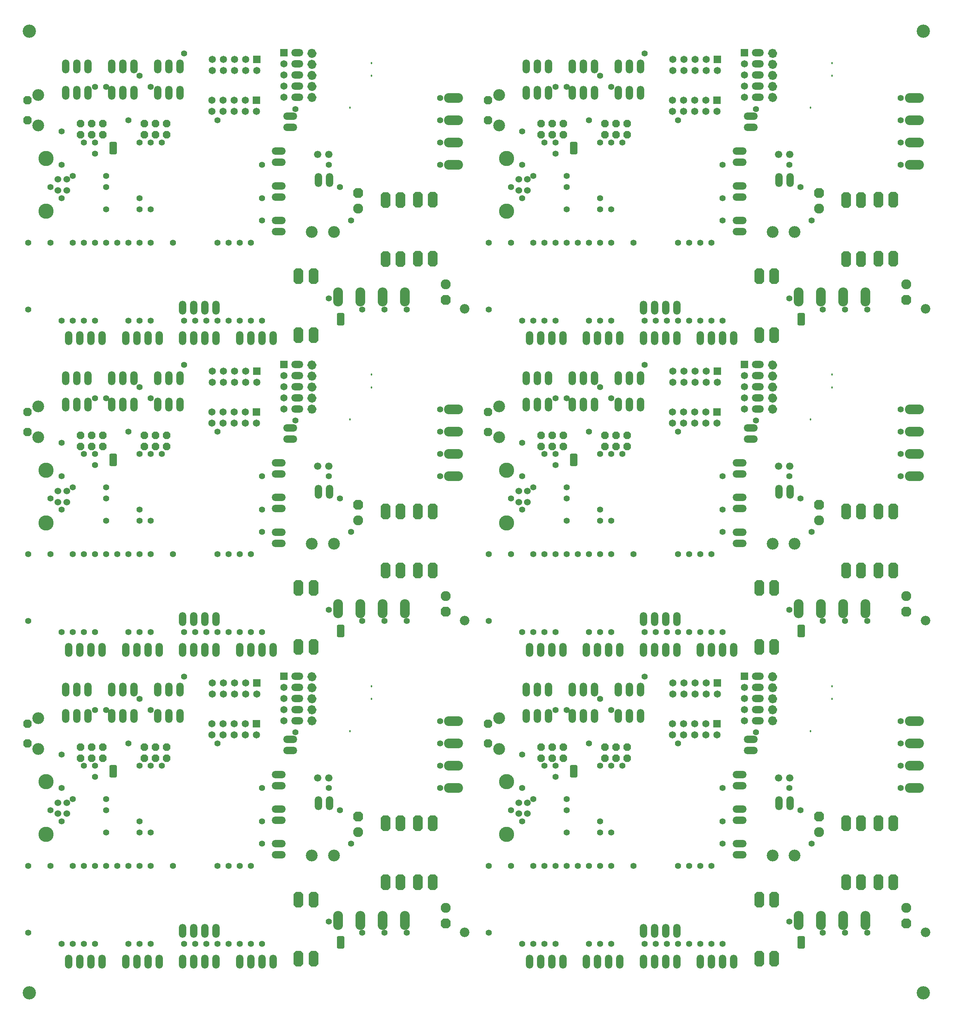
<source format=gbs>
G04 Layer_Color=16711935*
%FSLAX24Y24*%
%MOIN*%
G70*
G01*
G75*
%ADD78C,0.0600*%
G04:AMPARAMS|DCode=167|XSize=118.7mil|YSize=118.7mil|CornerRadius=59.4mil|HoleSize=0mil|Usage=FLASHONLY|Rotation=90.000|XOffset=0mil|YOffset=0mil|HoleType=Round|Shape=RoundedRectangle|*
%AMROUNDEDRECTD167*
21,1,0.1187,0.0000,0,0,90.0*
21,1,0.0000,0.1187,0,0,90.0*
1,1,0.1187,0.0000,0.0000*
1,1,0.1187,0.0000,0.0000*
1,1,0.1187,0.0000,0.0000*
1,1,0.1187,0.0000,0.0000*
%
%ADD167ROUNDEDRECTD167*%
G04:AMPARAMS|DCode=197|XSize=56mil|YSize=56mil|CornerRadius=28mil|HoleSize=0mil|Usage=FLASHONLY|Rotation=90.000|XOffset=0mil|YOffset=0mil|HoleType=Round|Shape=RoundedRectangle|*
%AMROUNDEDRECTD197*
21,1,0.0560,0.0000,0,0,90.0*
21,1,0.0000,0.0560,0,0,90.0*
1,1,0.0560,0.0000,0.0000*
1,1,0.0560,0.0000,0.0000*
1,1,0.0560,0.0000,0.0000*
1,1,0.0560,0.0000,0.0000*
%
%ADD197ROUNDEDRECTD197*%
G04:AMPARAMS|DCode=199|XSize=139mil|YSize=89mil|CornerRadius=0mil|HoleSize=0mil|Usage=FLASHONLY|Rotation=270.000|XOffset=0mil|YOffset=0mil|HoleType=Round|Shape=Octagon|*
%AMOCTAGOND199*
4,1,8,-0.0223,-0.0695,0.0223,-0.0695,0.0445,-0.0473,0.0445,0.0473,0.0223,0.0695,-0.0223,0.0695,-0.0445,0.0473,-0.0445,-0.0473,-0.0223,-0.0695,0.0*
%
%ADD199OCTAGOND199*%

%ADD200C,0.0651*%
%ADD201R,0.0651X0.0651*%
%ADD202O,0.0660X0.1260*%
%ADD203P,0.0823X8X292.5*%
%ADD204C,0.1060*%
%ADD205O,0.1260X0.0660*%
%ADD206O,0.1084X0.0651*%
%ADD207R,0.0651X0.0651*%
%ADD208C,0.1365*%
%ADD209O,0.1710X0.0885*%
%ADD210P,0.0974X8X112.5*%
%ADD211C,0.0900*%
%ADD212P,0.0736X8X22.5*%
%ADD213C,0.0660*%
%ADD214C,0.0860*%
%ADD215O,0.0885X0.1710*%
%ADD216C,0.0180*%
%ADD217C,0.0420*%
%ADD218R,0.0704X0.0354*%
G04:AMPARAMS|DCode=219|XSize=52mil|YSize=69mil|CornerRadius=14.5mil|HoleSize=0mil|Usage=FLASHONLY|Rotation=270.000|XOffset=0mil|YOffset=0mil|HoleType=Round|Shape=RoundedRectangle|*
%AMROUNDEDRECTD219*
21,1,0.0520,0.0400,0,0,270.0*
21,1,0.0230,0.0690,0,0,270.0*
1,1,0.0290,-0.0200,-0.0115*
1,1,0.0290,-0.0200,0.0115*
1,1,0.0290,0.0200,0.0115*
1,1,0.0290,0.0200,-0.0115*
%
%ADD219ROUNDEDRECTD219*%
G04:AMPARAMS|DCode=220|XSize=56mil|YSize=56mil|CornerRadius=28mil|HoleSize=0mil|Usage=FLASHONLY|Rotation=0.000|XOffset=0mil|YOffset=0mil|HoleType=Round|Shape=RoundedRectangle|*
%AMROUNDEDRECTD220*
21,1,0.0560,0.0000,0,0,0.0*
21,1,0.0000,0.0560,0,0,0.0*
1,1,0.0560,0.0000,0.0000*
1,1,0.0560,0.0000,0.0000*
1,1,0.0560,0.0000,0.0000*
1,1,0.0560,0.0000,0.0000*
%
%ADD220ROUNDEDRECTD220*%
D78*
X15637Y26665D02*
D03*
Y27657D02*
D03*
X16427D02*
D03*
Y26665D02*
D03*
X57015D02*
D03*
Y27657D02*
D03*
X57805D02*
D03*
Y26665D02*
D03*
X15637Y54657D02*
D03*
Y55650D02*
D03*
X16427D02*
D03*
Y54657D02*
D03*
X57015D02*
D03*
Y55650D02*
D03*
X57805D02*
D03*
Y54657D02*
D03*
X15637Y82650D02*
D03*
Y83642D02*
D03*
X16427D02*
D03*
Y82650D02*
D03*
X57015D02*
D03*
Y83642D02*
D03*
X57805D02*
D03*
Y82650D02*
D03*
D167*
X13061Y96959D02*
D03*
X93356D02*
D03*
Y10561D02*
D03*
X13061D02*
D03*
D197*
X33969Y23969D02*
D03*
X36969Y33969D02*
D03*
X75346Y23969D02*
D03*
X78346Y33969D02*
D03*
X33969Y51961D02*
D03*
X36969Y61961D02*
D03*
X75346Y51961D02*
D03*
X78346Y61961D02*
D03*
X33969Y79953D02*
D03*
X36969Y89953D02*
D03*
X75346Y79953D02*
D03*
X78346Y89953D02*
D03*
D199*
X38583Y18959D02*
D03*
X37243D02*
D03*
Y13659D02*
D03*
X38583D02*
D03*
X45048Y25809D02*
D03*
X46389D02*
D03*
Y20509D02*
D03*
X45048D02*
D03*
X47952Y20519D02*
D03*
X49292D02*
D03*
Y25819D02*
D03*
X47952D02*
D03*
X79961Y18959D02*
D03*
X78621D02*
D03*
Y13659D02*
D03*
X79961D02*
D03*
X86426Y25809D02*
D03*
X87766D02*
D03*
Y20509D02*
D03*
X86426D02*
D03*
X89330Y20519D02*
D03*
X90670D02*
D03*
Y25819D02*
D03*
X89330D02*
D03*
X38583Y46951D02*
D03*
X37243D02*
D03*
Y41651D02*
D03*
X38583D02*
D03*
X45048Y53802D02*
D03*
X46389D02*
D03*
Y48502D02*
D03*
X45048D02*
D03*
X47952Y48511D02*
D03*
X49292D02*
D03*
Y53811D02*
D03*
X47952D02*
D03*
X79961Y46951D02*
D03*
X78621D02*
D03*
Y41651D02*
D03*
X79961D02*
D03*
X86426Y53802D02*
D03*
X87766D02*
D03*
Y48502D02*
D03*
X86426D02*
D03*
X89330Y48511D02*
D03*
X90670D02*
D03*
Y53811D02*
D03*
X89330D02*
D03*
X38583Y74943D02*
D03*
X37243D02*
D03*
Y69643D02*
D03*
X38583D02*
D03*
X45048Y81794D02*
D03*
X46389D02*
D03*
Y76494D02*
D03*
X45048D02*
D03*
X47952Y76504D02*
D03*
X49292D02*
D03*
Y81804D02*
D03*
X47952D02*
D03*
X79961Y74943D02*
D03*
X78621D02*
D03*
Y69643D02*
D03*
X79961D02*
D03*
X86426Y81794D02*
D03*
X87766D02*
D03*
Y76494D02*
D03*
X86426D02*
D03*
X89330Y76504D02*
D03*
X90670D02*
D03*
Y81804D02*
D03*
X89330D02*
D03*
D200*
X29484Y37425D02*
D03*
Y38425D02*
D03*
X30484Y37425D02*
D03*
Y38425D02*
D03*
X31484Y37425D02*
D03*
Y38425D02*
D03*
X32484Y37425D02*
D03*
Y38425D02*
D03*
X33484Y37425D02*
D03*
X29465Y33754D02*
D03*
Y34754D02*
D03*
X30465Y33754D02*
D03*
Y34754D02*
D03*
X31465Y33754D02*
D03*
Y34754D02*
D03*
X32465Y33754D02*
D03*
Y34754D02*
D03*
X33465Y33754D02*
D03*
X35915Y35026D02*
D03*
Y36026D02*
D03*
Y37026D02*
D03*
Y38026D02*
D03*
X70862Y37425D02*
D03*
Y38425D02*
D03*
X71862Y37425D02*
D03*
Y38425D02*
D03*
X72862Y37425D02*
D03*
Y38425D02*
D03*
X73862Y37425D02*
D03*
Y38425D02*
D03*
X74862Y37425D02*
D03*
X70843Y33754D02*
D03*
Y34754D02*
D03*
X71843Y33754D02*
D03*
Y34754D02*
D03*
X72843Y33754D02*
D03*
Y34754D02*
D03*
X73843Y33754D02*
D03*
Y34754D02*
D03*
X74843Y33754D02*
D03*
X77293Y35026D02*
D03*
Y36026D02*
D03*
Y37026D02*
D03*
Y38026D02*
D03*
X29484Y65417D02*
D03*
Y66417D02*
D03*
X30484Y65417D02*
D03*
Y66417D02*
D03*
X31484Y65417D02*
D03*
Y66417D02*
D03*
X32484Y65417D02*
D03*
Y66417D02*
D03*
X33484Y65417D02*
D03*
X29465Y61746D02*
D03*
Y62746D02*
D03*
X30465Y61746D02*
D03*
Y62746D02*
D03*
X31465Y61746D02*
D03*
Y62746D02*
D03*
X32465Y61746D02*
D03*
Y62746D02*
D03*
X33465Y61746D02*
D03*
X35915Y63018D02*
D03*
Y64018D02*
D03*
Y65018D02*
D03*
Y66018D02*
D03*
X70862Y65417D02*
D03*
Y66417D02*
D03*
X71862Y65417D02*
D03*
Y66417D02*
D03*
X72862Y65417D02*
D03*
Y66417D02*
D03*
X73862Y65417D02*
D03*
Y66417D02*
D03*
X74862Y65417D02*
D03*
X70843Y61746D02*
D03*
Y62746D02*
D03*
X71843Y61746D02*
D03*
Y62746D02*
D03*
X72843Y61746D02*
D03*
Y62746D02*
D03*
X73843Y61746D02*
D03*
Y62746D02*
D03*
X74843Y61746D02*
D03*
X77293Y63018D02*
D03*
Y64018D02*
D03*
Y65018D02*
D03*
Y66018D02*
D03*
X29484Y93409D02*
D03*
Y94409D02*
D03*
X30484Y93409D02*
D03*
Y94409D02*
D03*
X31484Y93409D02*
D03*
Y94409D02*
D03*
X32484Y93409D02*
D03*
Y94409D02*
D03*
X33484Y93409D02*
D03*
X29465Y89738D02*
D03*
Y90738D02*
D03*
X30465Y89738D02*
D03*
Y90738D02*
D03*
X31465Y89738D02*
D03*
Y90738D02*
D03*
X32465Y89738D02*
D03*
Y90738D02*
D03*
X33465Y89738D02*
D03*
X35915Y91010D02*
D03*
Y92010D02*
D03*
Y93010D02*
D03*
Y94010D02*
D03*
X70862Y93409D02*
D03*
Y94409D02*
D03*
X71862Y93409D02*
D03*
Y94409D02*
D03*
X72862Y93409D02*
D03*
Y94409D02*
D03*
X73862Y93409D02*
D03*
Y94409D02*
D03*
X74862Y93409D02*
D03*
X70843Y89738D02*
D03*
Y90738D02*
D03*
X71843Y89738D02*
D03*
Y90738D02*
D03*
X72843Y89738D02*
D03*
Y90738D02*
D03*
X73843Y89738D02*
D03*
Y90738D02*
D03*
X74843Y89738D02*
D03*
X77293Y91010D02*
D03*
Y92010D02*
D03*
Y93010D02*
D03*
Y94010D02*
D03*
D201*
X33484Y38425D02*
D03*
X33465Y34754D02*
D03*
X74862Y38425D02*
D03*
X74843Y34754D02*
D03*
X33484Y66417D02*
D03*
X33465Y62746D02*
D03*
X74862Y66417D02*
D03*
X74843Y62746D02*
D03*
X33484Y94409D02*
D03*
X33465Y90738D02*
D03*
X74862Y94409D02*
D03*
X74843Y90738D02*
D03*
D202*
X26846Y13386D02*
D03*
X27846D02*
D03*
X28846D02*
D03*
X29846D02*
D03*
X26846Y16142D02*
D03*
X27846D02*
D03*
X28846D02*
D03*
X29846D02*
D03*
X24591Y37795D02*
D03*
X25591D02*
D03*
X26591D02*
D03*
X20457D02*
D03*
X21457D02*
D03*
X22457D02*
D03*
X16323D02*
D03*
X17323D02*
D03*
X18323D02*
D03*
X22457Y35433D02*
D03*
X21457D02*
D03*
X20457D02*
D03*
X26591D02*
D03*
X25591D02*
D03*
X24591D02*
D03*
X18323D02*
D03*
X17323D02*
D03*
X16323D02*
D03*
X39028Y27598D02*
D03*
X40028D02*
D03*
X16610Y13386D02*
D03*
X17610D02*
D03*
X18610D02*
D03*
X19610D02*
D03*
X21728D02*
D03*
X22728D02*
D03*
X23728D02*
D03*
X24728D02*
D03*
X31965D02*
D03*
X32965D02*
D03*
X33965D02*
D03*
X34965D02*
D03*
X68224D02*
D03*
X69224D02*
D03*
X70224D02*
D03*
X71224D02*
D03*
X68224Y16142D02*
D03*
X69224D02*
D03*
X70224D02*
D03*
X71224D02*
D03*
X65968Y37795D02*
D03*
X66968D02*
D03*
X67969D02*
D03*
X61835D02*
D03*
X62835D02*
D03*
X63835D02*
D03*
X57701D02*
D03*
X58701D02*
D03*
X59701D02*
D03*
X63835Y35433D02*
D03*
X62835D02*
D03*
X61835D02*
D03*
X67969D02*
D03*
X66968D02*
D03*
X65968D02*
D03*
X59701D02*
D03*
X58701D02*
D03*
X57701D02*
D03*
X80406Y27598D02*
D03*
X81406D02*
D03*
X57988Y13386D02*
D03*
X58988D02*
D03*
X59988D02*
D03*
X60988D02*
D03*
X63106D02*
D03*
X64106D02*
D03*
X65106D02*
D03*
X66106D02*
D03*
X73343D02*
D03*
X74343D02*
D03*
X75343D02*
D03*
X76343D02*
D03*
X26846Y41378D02*
D03*
X27846D02*
D03*
X28846D02*
D03*
X29846D02*
D03*
X26846Y44134D02*
D03*
X27846D02*
D03*
X28846D02*
D03*
X29846D02*
D03*
X24591Y65787D02*
D03*
X25591D02*
D03*
X26591D02*
D03*
X20457D02*
D03*
X21457D02*
D03*
X22457D02*
D03*
X16323D02*
D03*
X17323D02*
D03*
X18323D02*
D03*
X22457Y63425D02*
D03*
X21457D02*
D03*
X20457D02*
D03*
X26591D02*
D03*
X25591D02*
D03*
X24591D02*
D03*
X18323D02*
D03*
X17323D02*
D03*
X16323D02*
D03*
X39028Y55591D02*
D03*
X40028D02*
D03*
X16610Y41378D02*
D03*
X17610D02*
D03*
X18610D02*
D03*
X19610D02*
D03*
X21728D02*
D03*
X22728D02*
D03*
X23728D02*
D03*
X24728D02*
D03*
X31965D02*
D03*
X32965D02*
D03*
X33965D02*
D03*
X34965D02*
D03*
X68224D02*
D03*
X69224D02*
D03*
X70224D02*
D03*
X71224D02*
D03*
X68224Y44134D02*
D03*
X69224D02*
D03*
X70224D02*
D03*
X71224D02*
D03*
X65968Y65787D02*
D03*
X66968D02*
D03*
X67969D02*
D03*
X61835D02*
D03*
X62835D02*
D03*
X63835D02*
D03*
X57701D02*
D03*
X58701D02*
D03*
X59701D02*
D03*
X63835Y63425D02*
D03*
X62835D02*
D03*
X61835D02*
D03*
X67969D02*
D03*
X66968D02*
D03*
X65968D02*
D03*
X59701D02*
D03*
X58701D02*
D03*
X57701D02*
D03*
X80406Y55591D02*
D03*
X81406D02*
D03*
X57988Y41378D02*
D03*
X58988D02*
D03*
X59988D02*
D03*
X60988D02*
D03*
X63106D02*
D03*
X64106D02*
D03*
X65106D02*
D03*
X66106D02*
D03*
X73343D02*
D03*
X74343D02*
D03*
X75343D02*
D03*
X76343D02*
D03*
X26846Y69370D02*
D03*
X27846D02*
D03*
X28846D02*
D03*
X29846D02*
D03*
X26846Y72126D02*
D03*
X27846D02*
D03*
X28846D02*
D03*
X29846D02*
D03*
X24591Y93780D02*
D03*
X25591D02*
D03*
X26591D02*
D03*
X20457D02*
D03*
X21457D02*
D03*
X22457D02*
D03*
X16323D02*
D03*
X17323D02*
D03*
X18323D02*
D03*
X22457Y91417D02*
D03*
X21457D02*
D03*
X20457D02*
D03*
X26591D02*
D03*
X25591D02*
D03*
X24591D02*
D03*
X18323D02*
D03*
X17323D02*
D03*
X16323D02*
D03*
X39028Y83583D02*
D03*
X40028D02*
D03*
X16610Y69370D02*
D03*
X17610D02*
D03*
X18610D02*
D03*
X19610D02*
D03*
X21728D02*
D03*
X22728D02*
D03*
X23728D02*
D03*
X24728D02*
D03*
X31965D02*
D03*
X32965D02*
D03*
X33965D02*
D03*
X34965D02*
D03*
X68224D02*
D03*
X69224D02*
D03*
X70224D02*
D03*
X71224D02*
D03*
X68224Y72126D02*
D03*
X69224D02*
D03*
X70224D02*
D03*
X71224D02*
D03*
X65968Y93780D02*
D03*
X66968D02*
D03*
X67969D02*
D03*
X61835D02*
D03*
X62835D02*
D03*
X63835D02*
D03*
X57701D02*
D03*
X58701D02*
D03*
X59701D02*
D03*
X63835Y91417D02*
D03*
X62835D02*
D03*
X61835D02*
D03*
X67969D02*
D03*
X66968D02*
D03*
X65968D02*
D03*
X59701D02*
D03*
X58701D02*
D03*
X57701D02*
D03*
X80406Y83583D02*
D03*
X81406D02*
D03*
X57988Y69370D02*
D03*
X58988D02*
D03*
X59988D02*
D03*
X60988D02*
D03*
X63106D02*
D03*
X64106D02*
D03*
X65106D02*
D03*
X66106D02*
D03*
X73343D02*
D03*
X74343D02*
D03*
X75343D02*
D03*
X76343D02*
D03*
D203*
X12896Y34748D02*
D03*
Y32968D02*
D03*
X54274Y34748D02*
D03*
Y32968D02*
D03*
X12896Y62740D02*
D03*
Y60960D02*
D03*
X54274Y62740D02*
D03*
Y60960D02*
D03*
X12896Y90733D02*
D03*
Y88953D02*
D03*
X54274Y90733D02*
D03*
Y88953D02*
D03*
D204*
X13876Y35238D02*
D03*
Y32478D02*
D03*
X40413Y22913D02*
D03*
X38445D02*
D03*
X55254Y35238D02*
D03*
Y32478D02*
D03*
X81791Y22913D02*
D03*
X79823D02*
D03*
X13876Y63230D02*
D03*
Y60470D02*
D03*
X40413Y50906D02*
D03*
X38445D02*
D03*
X55254Y63230D02*
D03*
Y60470D02*
D03*
X81791Y50906D02*
D03*
X79823D02*
D03*
X13876Y91223D02*
D03*
Y88463D02*
D03*
X40413Y78898D02*
D03*
X38445D02*
D03*
X55254Y91223D02*
D03*
Y88463D02*
D03*
X81791Y78898D02*
D03*
X79823D02*
D03*
D205*
X35472Y29185D02*
D03*
Y30185D02*
D03*
Y26075D02*
D03*
Y27075D02*
D03*
X36496Y33335D02*
D03*
Y32335D02*
D03*
X35472Y22965D02*
D03*
Y23965D02*
D03*
X76850Y29185D02*
D03*
Y30185D02*
D03*
Y26075D02*
D03*
Y27075D02*
D03*
X77874Y33335D02*
D03*
Y32335D02*
D03*
X76850Y22965D02*
D03*
Y23965D02*
D03*
X35472Y57177D02*
D03*
Y58177D02*
D03*
Y54067D02*
D03*
Y55067D02*
D03*
X36496Y61327D02*
D03*
Y60327D02*
D03*
X35472Y50957D02*
D03*
Y51957D02*
D03*
X76850Y57177D02*
D03*
Y58177D02*
D03*
Y54067D02*
D03*
Y55067D02*
D03*
X77874Y61327D02*
D03*
Y60327D02*
D03*
X76850Y50957D02*
D03*
Y51957D02*
D03*
X35472Y85169D02*
D03*
Y86169D02*
D03*
Y82059D02*
D03*
Y83059D02*
D03*
X36496Y89319D02*
D03*
Y88319D02*
D03*
X35472Y78949D02*
D03*
Y79949D02*
D03*
X76850Y85169D02*
D03*
Y86169D02*
D03*
Y82059D02*
D03*
Y83059D02*
D03*
X77874Y89319D02*
D03*
Y88319D02*
D03*
X76850Y78949D02*
D03*
Y79949D02*
D03*
D206*
X37132Y35026D02*
D03*
Y36026D02*
D03*
Y37026D02*
D03*
Y38026D02*
D03*
Y39026D02*
D03*
X78510Y35026D02*
D03*
Y36026D02*
D03*
Y37026D02*
D03*
Y38026D02*
D03*
Y39026D02*
D03*
X37132Y63018D02*
D03*
Y64018D02*
D03*
Y65018D02*
D03*
Y66018D02*
D03*
Y67018D02*
D03*
X78510Y63018D02*
D03*
Y64018D02*
D03*
Y65018D02*
D03*
Y66018D02*
D03*
Y67018D02*
D03*
X37132Y91010D02*
D03*
Y92010D02*
D03*
Y93010D02*
D03*
Y94010D02*
D03*
Y95010D02*
D03*
X78510Y91010D02*
D03*
Y92010D02*
D03*
Y93010D02*
D03*
Y94010D02*
D03*
Y95010D02*
D03*
D207*
X35915Y39026D02*
D03*
X77293D02*
D03*
X35915Y67018D02*
D03*
X77293D02*
D03*
X35915Y95010D02*
D03*
X77293D02*
D03*
D208*
X14567Y24795D02*
D03*
Y29528D02*
D03*
X55945Y24795D02*
D03*
Y29528D02*
D03*
X14567Y52787D02*
D03*
Y57520D02*
D03*
X55945Y52787D02*
D03*
Y57520D02*
D03*
X14567Y80780D02*
D03*
Y85512D02*
D03*
X55945Y80780D02*
D03*
Y85512D02*
D03*
D209*
X51178Y28969D02*
D03*
Y30968D02*
D03*
Y32968D02*
D03*
Y34969D02*
D03*
X92556Y28969D02*
D03*
Y30968D02*
D03*
Y32968D02*
D03*
Y34969D02*
D03*
X51178Y56961D02*
D03*
Y58961D02*
D03*
Y60961D02*
D03*
Y62961D02*
D03*
X92556Y56961D02*
D03*
Y58961D02*
D03*
Y60961D02*
D03*
Y62961D02*
D03*
X51178Y84953D02*
D03*
Y86953D02*
D03*
Y88953D02*
D03*
Y90953D02*
D03*
X92556Y84953D02*
D03*
Y86953D02*
D03*
Y88953D02*
D03*
Y90953D02*
D03*
D210*
X42608Y26418D02*
D03*
X50453Y16820D02*
D03*
X83986Y26418D02*
D03*
X91831Y16820D02*
D03*
X42608Y54411D02*
D03*
X50453Y44812D02*
D03*
X83986Y54411D02*
D03*
X91831Y44812D02*
D03*
X42608Y82403D02*
D03*
X50453Y72804D02*
D03*
X83986Y82403D02*
D03*
X91831Y72804D02*
D03*
D211*
X42608Y25018D02*
D03*
X50453Y18220D02*
D03*
X83986Y25018D02*
D03*
X91831Y18220D02*
D03*
X42608Y53011D02*
D03*
X50453Y46212D02*
D03*
X83986Y53011D02*
D03*
X91831Y46212D02*
D03*
X42608Y81003D02*
D03*
X50453Y74204D02*
D03*
X83986Y81003D02*
D03*
X91831Y74204D02*
D03*
D212*
X23390Y31644D02*
D03*
Y32644D02*
D03*
X24390Y31644D02*
D03*
Y32644D02*
D03*
X25390Y31644D02*
D03*
Y32644D02*
D03*
X17664Y31644D02*
D03*
Y32644D02*
D03*
X18664Y31644D02*
D03*
Y32644D02*
D03*
X19664Y31644D02*
D03*
Y32644D02*
D03*
X64768Y31644D02*
D03*
Y32644D02*
D03*
X65768Y31644D02*
D03*
Y32644D02*
D03*
X66768Y31644D02*
D03*
Y32644D02*
D03*
X59042Y31644D02*
D03*
Y32644D02*
D03*
X60042Y31644D02*
D03*
Y32644D02*
D03*
X61042Y31644D02*
D03*
Y32644D02*
D03*
X23390Y59636D02*
D03*
Y60636D02*
D03*
X24390Y59636D02*
D03*
Y60636D02*
D03*
X25390Y59636D02*
D03*
Y60636D02*
D03*
X17664Y59636D02*
D03*
Y60636D02*
D03*
X18664Y59636D02*
D03*
Y60636D02*
D03*
X19664Y59636D02*
D03*
Y60636D02*
D03*
X64768Y59636D02*
D03*
Y60636D02*
D03*
X65768Y59636D02*
D03*
Y60636D02*
D03*
X66768Y59636D02*
D03*
Y60636D02*
D03*
X59042Y59636D02*
D03*
Y60636D02*
D03*
X60042Y59636D02*
D03*
Y60636D02*
D03*
X61042Y59636D02*
D03*
Y60636D02*
D03*
X23390Y87628D02*
D03*
Y88628D02*
D03*
X24390Y87628D02*
D03*
Y88628D02*
D03*
X25390Y87628D02*
D03*
Y88628D02*
D03*
X17664Y87628D02*
D03*
Y88628D02*
D03*
X18664Y87628D02*
D03*
Y88628D02*
D03*
X19664Y87628D02*
D03*
Y88628D02*
D03*
X64768Y87628D02*
D03*
Y88628D02*
D03*
X65768Y87628D02*
D03*
Y88628D02*
D03*
X66768Y87628D02*
D03*
Y88628D02*
D03*
X59042Y87628D02*
D03*
Y88628D02*
D03*
X60042Y87628D02*
D03*
Y88628D02*
D03*
X61042Y87628D02*
D03*
Y88628D02*
D03*
D213*
X38976Y29882D02*
D03*
X39976D02*
D03*
X80354D02*
D03*
X81354D02*
D03*
X38976Y57874D02*
D03*
X39976D02*
D03*
X80354D02*
D03*
X81354D02*
D03*
X38976Y85866D02*
D03*
X39976D02*
D03*
X80354D02*
D03*
X81354D02*
D03*
D214*
X52175Y16024D02*
D03*
X93553D02*
D03*
X52175Y44016D02*
D03*
X93553D02*
D03*
X52175Y72008D02*
D03*
X93553D02*
D03*
D215*
X40789Y17077D02*
D03*
X42789D02*
D03*
X44789D02*
D03*
X46789D02*
D03*
X82167D02*
D03*
X84167D02*
D03*
X86167D02*
D03*
X88167D02*
D03*
X40789Y45069D02*
D03*
X42789D02*
D03*
X44789D02*
D03*
X46789D02*
D03*
X82167D02*
D03*
X84167D02*
D03*
X86167D02*
D03*
X88167D02*
D03*
X40789Y73061D02*
D03*
X42789D02*
D03*
X44789D02*
D03*
X46789D02*
D03*
X82167D02*
D03*
X84167D02*
D03*
X86167D02*
D03*
X88167D02*
D03*
D216*
X43798Y38108D02*
D03*
X43795Y36964D02*
D03*
X41859Y34092D02*
D03*
X85176Y38108D02*
D03*
X85173Y36964D02*
D03*
X83237Y34092D02*
D03*
X43798Y66101D02*
D03*
X43795Y64957D02*
D03*
X41859Y62084D02*
D03*
X85176Y66101D02*
D03*
X85173Y64957D02*
D03*
X83237Y62084D02*
D03*
X43798Y94093D02*
D03*
X43795Y92949D02*
D03*
X41859Y90076D02*
D03*
X85176Y94093D02*
D03*
X85173Y92949D02*
D03*
X83237Y90076D02*
D03*
D217*
X38645Y35010D02*
G03*
X38645Y35010I-200J0D01*
G01*
Y35999D02*
G03*
X38645Y35999I-200J0D01*
G01*
Y36988D02*
G03*
X38645Y36988I-200J0D01*
G01*
Y37977D02*
G03*
X38645Y37977I-200J0D01*
G01*
Y38967D02*
G03*
X38645Y38967I-200J0D01*
G01*
X80023Y35010D02*
G03*
X80023Y35010I-200J0D01*
G01*
Y35999D02*
G03*
X80023Y35999I-200J0D01*
G01*
Y36988D02*
G03*
X80023Y36988I-200J0D01*
G01*
Y37977D02*
G03*
X80023Y37977I-200J0D01*
G01*
Y38967D02*
G03*
X80023Y38967I-200J0D01*
G01*
X38645Y63002D02*
G03*
X38645Y63002I-200J0D01*
G01*
Y63991D02*
G03*
X38645Y63991I-200J0D01*
G01*
Y64980D02*
G03*
X38645Y64980I-200J0D01*
G01*
Y65969D02*
G03*
X38645Y65969I-200J0D01*
G01*
Y66959D02*
G03*
X38645Y66959I-200J0D01*
G01*
X80023Y63002D02*
G03*
X80023Y63002I-200J0D01*
G01*
Y63991D02*
G03*
X80023Y63991I-200J0D01*
G01*
Y64980D02*
G03*
X80023Y64980I-200J0D01*
G01*
Y65969D02*
G03*
X80023Y65969I-200J0D01*
G01*
Y66959D02*
G03*
X80023Y66959I-200J0D01*
G01*
X38645Y90994D02*
G03*
X38645Y90994I-200J0D01*
G01*
Y91983D02*
G03*
X38645Y91983I-200J0D01*
G01*
Y92972D02*
G03*
X38645Y92972I-200J0D01*
G01*
Y93962D02*
G03*
X38645Y93962I-200J0D01*
G01*
Y94951D02*
G03*
X38645Y94951I-200J0D01*
G01*
X80023Y90994D02*
G03*
X80023Y90994I-200J0D01*
G01*
Y91983D02*
G03*
X80023Y91983I-200J0D01*
G01*
Y92972D02*
G03*
X80023Y92972I-200J0D01*
G01*
Y93962D02*
G03*
X80023Y93962I-200J0D01*
G01*
Y94951D02*
G03*
X80023Y94951I-200J0D01*
G01*
D218*
X20593Y30472D02*
D03*
X41031Y15089D02*
D03*
X61971Y30472D02*
D03*
X82409Y15089D02*
D03*
X20593Y58465D02*
D03*
X41031Y43081D02*
D03*
X61971Y58465D02*
D03*
X82409Y43081D02*
D03*
X20593Y86457D02*
D03*
X41031Y71073D02*
D03*
X61971Y86457D02*
D03*
X82409Y71073D02*
D03*
D219*
X20600Y30763D02*
D03*
Y30163D02*
D03*
X41024Y14798D02*
D03*
Y15398D02*
D03*
X61978Y30763D02*
D03*
Y30163D02*
D03*
X82402Y14798D02*
D03*
Y15398D02*
D03*
X20600Y58755D02*
D03*
Y58155D02*
D03*
X41024Y42791D02*
D03*
Y43391D02*
D03*
X61978Y58755D02*
D03*
Y58155D02*
D03*
X82402Y42791D02*
D03*
Y43391D02*
D03*
X20600Y86747D02*
D03*
Y86147D02*
D03*
X41024Y70783D02*
D03*
Y71383D02*
D03*
X61978Y86747D02*
D03*
Y86147D02*
D03*
X82402Y70783D02*
D03*
Y71383D02*
D03*
D220*
X39969Y16968D02*
D03*
X46968Y15969D02*
D03*
X44969D02*
D03*
X42969D02*
D03*
X26969Y14969D02*
D03*
X30968D02*
D03*
X27968D02*
D03*
X31969D02*
D03*
X33969D02*
D03*
X29969D02*
D03*
X32968D02*
D03*
X28969D02*
D03*
X18968D02*
D03*
X12968Y15969D02*
D03*
X21969Y14969D02*
D03*
X15969D02*
D03*
X17968D02*
D03*
X23969D02*
D03*
X22968D02*
D03*
X16968D02*
D03*
X21969Y32968D02*
D03*
X26969Y38969D02*
D03*
X14969Y26969D02*
D03*
X15969Y25968D02*
D03*
X18968Y30968D02*
D03*
X15969Y31969D02*
D03*
X17968Y30968D02*
D03*
X18968Y29969D02*
D03*
X23969Y35968D02*
D03*
X22968Y36969D02*
D03*
X19969Y35968D02*
D03*
X18968D02*
D03*
X24969Y30968D02*
D03*
X29969Y32968D02*
D03*
X23969Y30968D02*
D03*
X22968D02*
D03*
X41968Y23969D02*
D03*
X33969Y28969D02*
D03*
Y25968D02*
D03*
X32968Y21969D02*
D03*
X29969D02*
D03*
X31969D02*
D03*
X30968D02*
D03*
X25968D02*
D03*
X21969D02*
D03*
X23969D02*
D03*
X22968D02*
D03*
X20968D02*
D03*
X17968D02*
D03*
X19969D02*
D03*
X18968D02*
D03*
X16968D02*
D03*
X12968D02*
D03*
X14969D02*
D03*
X49969Y32968D02*
D03*
Y28969D02*
D03*
Y34969D02*
D03*
Y30968D02*
D03*
X39969Y28969D02*
D03*
X40968Y26969D02*
D03*
X19969Y24969D02*
D03*
Y26969D02*
D03*
Y27968D02*
D03*
X16968D02*
D03*
X15969Y28969D02*
D03*
X22968Y25968D02*
D03*
X23969Y24969D02*
D03*
X22968D02*
D03*
X81346Y16968D02*
D03*
X88346Y15969D02*
D03*
X86346D02*
D03*
X84346D02*
D03*
X68346Y14969D02*
D03*
X72346D02*
D03*
X69346D02*
D03*
X73346D02*
D03*
X75346D02*
D03*
X71346D02*
D03*
X74346D02*
D03*
X70346D02*
D03*
X60346D02*
D03*
X54346Y15969D02*
D03*
X63346Y14969D02*
D03*
X57346D02*
D03*
X59346D02*
D03*
X65346D02*
D03*
X64346D02*
D03*
X58346D02*
D03*
X63346Y32968D02*
D03*
X68346Y38969D02*
D03*
X56346Y26969D02*
D03*
X57346Y25968D02*
D03*
X60346Y30968D02*
D03*
X57346Y31969D02*
D03*
X59346Y30968D02*
D03*
X60346Y29969D02*
D03*
X65346Y35968D02*
D03*
X64346Y36969D02*
D03*
X61346Y35968D02*
D03*
X60346D02*
D03*
X66346Y30968D02*
D03*
X71346Y32968D02*
D03*
X65346Y30968D02*
D03*
X64346D02*
D03*
X83346Y23969D02*
D03*
X75346Y28969D02*
D03*
Y25968D02*
D03*
X74346Y21969D02*
D03*
X71346D02*
D03*
X73346D02*
D03*
X72346D02*
D03*
X67346D02*
D03*
X63346D02*
D03*
X65346D02*
D03*
X64346D02*
D03*
X62346D02*
D03*
X59346D02*
D03*
X61346D02*
D03*
X60346D02*
D03*
X58346D02*
D03*
X54346D02*
D03*
X56346D02*
D03*
X91346Y32968D02*
D03*
Y28969D02*
D03*
Y34969D02*
D03*
Y30968D02*
D03*
X81346Y28969D02*
D03*
X82346Y26969D02*
D03*
X61346Y24969D02*
D03*
Y26969D02*
D03*
Y27968D02*
D03*
X58346D02*
D03*
X57346Y28969D02*
D03*
X64346Y25968D02*
D03*
X65346Y24969D02*
D03*
X64346D02*
D03*
X39969Y44961D02*
D03*
X46968Y43961D02*
D03*
X44969D02*
D03*
X42969D02*
D03*
X26969Y42961D02*
D03*
X30968D02*
D03*
X27968D02*
D03*
X31969D02*
D03*
X33969D02*
D03*
X29969D02*
D03*
X32968D02*
D03*
X28969D02*
D03*
X18968D02*
D03*
X12968Y43961D02*
D03*
X21969Y42961D02*
D03*
X15969D02*
D03*
X17968D02*
D03*
X23969D02*
D03*
X22968D02*
D03*
X16968D02*
D03*
X21969Y60961D02*
D03*
X26969Y66961D02*
D03*
X14969Y54961D02*
D03*
X15969Y53961D02*
D03*
X18968Y58961D02*
D03*
X15969Y59961D02*
D03*
X17968Y58961D02*
D03*
X18968Y57961D02*
D03*
X23969Y63961D02*
D03*
X22968Y64961D02*
D03*
X19969Y63961D02*
D03*
X18968D02*
D03*
X24969Y58961D02*
D03*
X29969Y60961D02*
D03*
X23969Y58961D02*
D03*
X22968D02*
D03*
X41968Y51961D02*
D03*
X33969Y56961D02*
D03*
Y53961D02*
D03*
X32968Y49961D02*
D03*
X29969D02*
D03*
X31969D02*
D03*
X30968D02*
D03*
X25968D02*
D03*
X21969D02*
D03*
X23969D02*
D03*
X22968D02*
D03*
X20968D02*
D03*
X17968D02*
D03*
X19969D02*
D03*
X18968D02*
D03*
X16968D02*
D03*
X12968D02*
D03*
X14969D02*
D03*
X49969Y60961D02*
D03*
Y56961D02*
D03*
Y62961D02*
D03*
Y58961D02*
D03*
X39969Y56961D02*
D03*
X40968Y54961D02*
D03*
X19969Y52961D02*
D03*
Y54961D02*
D03*
Y55961D02*
D03*
X16968D02*
D03*
X15969Y56961D02*
D03*
X22968Y53961D02*
D03*
X23969Y52961D02*
D03*
X22968D02*
D03*
X81346Y44961D02*
D03*
X88346Y43961D02*
D03*
X86346D02*
D03*
X84346D02*
D03*
X68346Y42961D02*
D03*
X72346D02*
D03*
X69346D02*
D03*
X73346D02*
D03*
X75346D02*
D03*
X71346D02*
D03*
X74346D02*
D03*
X70346D02*
D03*
X60346D02*
D03*
X54346Y43961D02*
D03*
X63346Y42961D02*
D03*
X57346D02*
D03*
X59346D02*
D03*
X65346D02*
D03*
X64346D02*
D03*
X58346D02*
D03*
X63346Y60961D02*
D03*
X68346Y66961D02*
D03*
X56346Y54961D02*
D03*
X57346Y53961D02*
D03*
X60346Y58961D02*
D03*
X57346Y59961D02*
D03*
X59346Y58961D02*
D03*
X60346Y57961D02*
D03*
X65346Y63961D02*
D03*
X64346Y64961D02*
D03*
X61346Y63961D02*
D03*
X60346D02*
D03*
X66346Y58961D02*
D03*
X71346Y60961D02*
D03*
X65346Y58961D02*
D03*
X64346D02*
D03*
X83346Y51961D02*
D03*
X75346Y56961D02*
D03*
Y53961D02*
D03*
X74346Y49961D02*
D03*
X71346D02*
D03*
X73346D02*
D03*
X72346D02*
D03*
X67346D02*
D03*
X63346D02*
D03*
X65346D02*
D03*
X64346D02*
D03*
X62346D02*
D03*
X59346D02*
D03*
X61346D02*
D03*
X60346D02*
D03*
X58346D02*
D03*
X54346D02*
D03*
X56346D02*
D03*
X91346Y60961D02*
D03*
Y56961D02*
D03*
Y62961D02*
D03*
Y58961D02*
D03*
X81346Y56961D02*
D03*
X82346Y54961D02*
D03*
X61346Y52961D02*
D03*
Y54961D02*
D03*
Y55961D02*
D03*
X58346D02*
D03*
X57346Y56961D02*
D03*
X64346Y53961D02*
D03*
X65346Y52961D02*
D03*
X64346D02*
D03*
X39969Y72953D02*
D03*
X46968Y71953D02*
D03*
X44969D02*
D03*
X42969D02*
D03*
X26969Y70953D02*
D03*
X30968D02*
D03*
X27968D02*
D03*
X31969D02*
D03*
X33969D02*
D03*
X29969D02*
D03*
X32968D02*
D03*
X28969D02*
D03*
X18968D02*
D03*
X12968Y71953D02*
D03*
X21969Y70953D02*
D03*
X15969D02*
D03*
X17968D02*
D03*
X23969D02*
D03*
X22968D02*
D03*
X16968D02*
D03*
X21969Y88953D02*
D03*
X26969Y94953D02*
D03*
X14969Y82953D02*
D03*
X15969Y81953D02*
D03*
X18968Y86953D02*
D03*
X15969Y87953D02*
D03*
X17968Y86953D02*
D03*
X18968Y85953D02*
D03*
X23969Y91953D02*
D03*
X22968Y92953D02*
D03*
X19969Y91953D02*
D03*
X18968D02*
D03*
X24969Y86953D02*
D03*
X29969Y88953D02*
D03*
X23969Y86953D02*
D03*
X22968D02*
D03*
X41968Y79953D02*
D03*
X33969Y84953D02*
D03*
Y81953D02*
D03*
X32968Y77953D02*
D03*
X29969D02*
D03*
X31969D02*
D03*
X30968D02*
D03*
X25968D02*
D03*
X21969D02*
D03*
X23969D02*
D03*
X22968D02*
D03*
X20968D02*
D03*
X17968D02*
D03*
X19969D02*
D03*
X18968D02*
D03*
X16968D02*
D03*
X12968D02*
D03*
X14969D02*
D03*
X49969Y88953D02*
D03*
Y84953D02*
D03*
Y90953D02*
D03*
Y86953D02*
D03*
X39969Y84953D02*
D03*
X40968Y82953D02*
D03*
X19969Y80953D02*
D03*
Y82953D02*
D03*
Y83953D02*
D03*
X16968D02*
D03*
X15969Y84953D02*
D03*
X22968Y81953D02*
D03*
X23969Y80953D02*
D03*
X22968D02*
D03*
X81346Y72953D02*
D03*
X88346Y71953D02*
D03*
X86346D02*
D03*
X84346D02*
D03*
X68346Y70953D02*
D03*
X72346D02*
D03*
X69346D02*
D03*
X73346D02*
D03*
X75346D02*
D03*
X71346D02*
D03*
X74346D02*
D03*
X70346D02*
D03*
X60346D02*
D03*
X54346Y71953D02*
D03*
X63346Y70953D02*
D03*
X57346D02*
D03*
X59346D02*
D03*
X65346D02*
D03*
X64346D02*
D03*
X58346D02*
D03*
X63346Y88953D02*
D03*
X68346Y94953D02*
D03*
X56346Y82953D02*
D03*
X57346Y81953D02*
D03*
X60346Y86953D02*
D03*
X57346Y87953D02*
D03*
X59346Y86953D02*
D03*
X60346Y85953D02*
D03*
X65346Y91953D02*
D03*
X64346Y92953D02*
D03*
X61346Y91953D02*
D03*
X60346D02*
D03*
X66346Y86953D02*
D03*
X71346Y88953D02*
D03*
X65346Y86953D02*
D03*
X64346D02*
D03*
X83346Y79953D02*
D03*
X75346Y84953D02*
D03*
Y81953D02*
D03*
X74346Y77953D02*
D03*
X71346D02*
D03*
X73346D02*
D03*
X72346D02*
D03*
X67346D02*
D03*
X63346D02*
D03*
X65346D02*
D03*
X64346D02*
D03*
X62346D02*
D03*
X59346D02*
D03*
X61346D02*
D03*
X60346D02*
D03*
X58346D02*
D03*
X54346D02*
D03*
X56346D02*
D03*
X91346Y88953D02*
D03*
Y84953D02*
D03*
Y90953D02*
D03*
Y86953D02*
D03*
X81346Y84953D02*
D03*
X82346Y82953D02*
D03*
X61346Y80953D02*
D03*
Y82953D02*
D03*
Y83953D02*
D03*
X58346D02*
D03*
X57346Y84953D02*
D03*
X64346Y81953D02*
D03*
X65346Y80953D02*
D03*
X64346D02*
D03*
M02*

</source>
